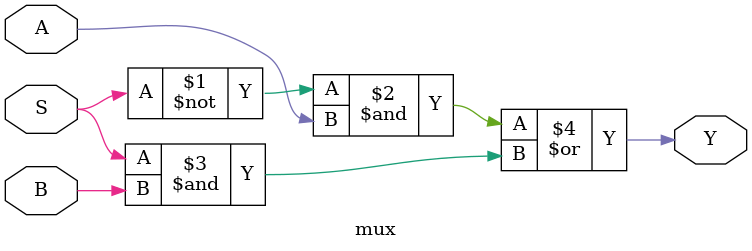
<source format=v>
module mux(Y,A,B,S);
output Y;
input A,B,S;
// Structural modelling

/**wire W1,W2,W3;
not (W3,S);
and (W1,A,W3);
and (W2,B,S);
or (Y,W1,W2);**/

//Data flow modelling

assign Y=(~S&A)|(S&B);

endmodule
</source>
